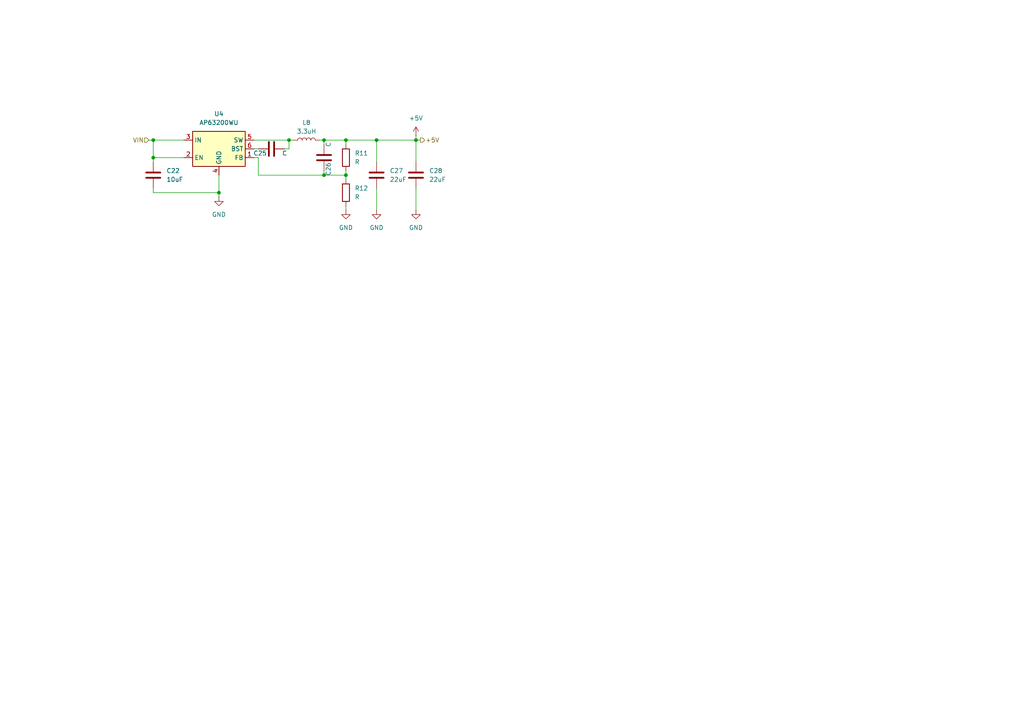
<source format=kicad_sch>
(kicad_sch (version 20250114) (generator "eeschema") (generator_version "9.0")
  (paper "A4")
  (lib_symbols
    (symbol "Device:C" (pin_numbers (hide yes)) (pin_names (offset 0.254))
      (property "Reference" "C" (at 0.635 2.54 0))
      (property "Value" "C" (at 0.635 -2.54 0))
      (symbol "C_0_1"
        (polyline (pts (xy -2.032 0.762) (xy 2.032 0.762)) (stroke (width 0.508)))
        (polyline (pts (xy -2.032 -0.762) (xy 2.032 -0.762)) (stroke (width 0.508)))
      )
      (symbol "C_1_1"
        (pin passive line (at 0 3.81 270) (length 2.794) (name "~") (number "1"))
        (pin passive line (at 0 -3.81 90) (length 2.794) (name "~") (number "2"))
      )
    )
    (symbol "Device:L" (pin_numbers (hide yes)) (pin_names (offset 1.016) (hide yes))
      (property "Reference" "L" (at -1.27 0 90))
      (property "Value" "L" (at 1.905 0 90))
      (symbol "L_0_1"
        (arc (start 0 2.54) (mid 0.6323 1.905) (end 0 1.27))
        (arc (start 0 1.27) (mid 0.6323 0.635) (end 0 0))
        (arc (start 0 0) (mid 0.6323 -0.635) (end 0 -1.27))
        (arc (start 0 -1.27) (mid 0.6323 -1.905) (end 0 -2.54))
      )
      (symbol "L_1_1"
        (pin passive line (at 0 3.81 270) (length 1.27) (name "1") (number "1"))
        (pin passive line (at 0 -3.81 90) (length 1.27) (name "2") (number "2"))
      )
    )
    (symbol "Device:R" (pin_numbers (hide yes)) (pin_names (offset 0))
      (property "Reference" "R" (at 2.032 0 90))
      (property "Value" "R" (at 0 0 90))
      (symbol "R_0_1"
        (rectangle (start -1.016 -2.54) (end 1.016 2.54) (stroke (width 0.254)))
      )
      (symbol "R_1_1"
        (pin passive line (at 0 3.81 270) (length 1.27) (name "~") (number "1"))
        (pin passive line (at 0 -3.81 90) (length 1.27) (name "~") (number "2"))
      )
    )
    (symbol "Regulator_Switching:AP63200WU"
      (property "Reference" "U" (at -7.62 6.35 0))
      (property "Value" "AP63200WU" (at 2.54 6.35 0))
      (symbol "AP63200WU_0_1"
        (rectangle (start -7.62 5.08) (end 7.62 -5.08) (stroke (width 0.254)) (fill (type background)))
      )
      (symbol "AP63200WU_1_1"
        (pin power_in line (at -10.16 2.54 0) (length 2.54) (name "IN") (number "3"))
        (pin input line (at -10.16 -2.54 0) (length 2.54) (name "EN") (number "2"))
        (pin power_in line (at 0 -7.62 90) (length 2.54) (name "GND") (number "4"))
        (pin output line (at 10.16 2.54 180) (length 2.54) (name "SW") (number "5"))
        (pin passive line (at 10.16 0 180) (length 2.54) (name "BST") (number "6"))
        (pin input line (at 10.16 -2.54 180) (length 2.54) (name "FB") (number "1"))
      )
    )
    (symbol "power:+5V" (power) (pin_numbers (hide yes)) (pin_names (offset 0) (hide yes))
      (property "Value" "+5V" (at 0 3.556 0))
      (symbol "+5V_0_1"
        (polyline (pts (xy -0.762 1.27) (xy 0 2.54)))
        (polyline (pts (xy 0 2.54) (xy 0.762 1.27)))
        (polyline (pts (xy 0 0) (xy 0 2.54)))
      )
      (symbol "+5V_1_1"
        (pin power_in line (at 0 0 90) (length 0) (name "~") (number "1"))
      )
    )
    (symbol "power:GND" (power) (pin_numbers (hide yes)) (pin_names (offset 0) (hide yes))
      (property "Value" "GND" (at 0 -3.81 0))
      (symbol "GND_0_1"
        (polyline (pts (xy 0 0) (xy 0 -1.27) (xy 1.27 -1.27) (xy 0 -2.54) (xy -1.27 -1.27) (xy 0 -1.27)))
      )
      (symbol "GND_1_1"
        (pin power_in line (at 0 0 270) (length 0) (name "~") (number "1"))
      )
    )
  )
  (junction (at 44.45 40.64))
  (junction (at 100.33 50.8))
  (junction (at 93.98 50.8))
  (junction (at 44.45 45.72))
  (junction (at 93.98 40.64))
  (junction (at 83.82 40.64))
  (junction (at 100.33 40.64))
  (junction (at 120.65 40.64))
  (junction (at 109.22 40.64))
  (junction (at 63.5 55.88))
  (wire (pts (xy 82.55 43.18) (xy 83.82 43.18)))
  (wire (pts (xy 74.93 45.72) (xy 74.93 50.8)))
  (wire (pts (xy 100.33 50.8) (xy 100.33 52.07)))
  (wire (pts (xy 63.5 55.88) (xy 63.5 57.15)))
  (wire (pts (xy 44.45 45.72) (xy 44.45 40.64)))
  (wire (pts (xy 93.98 49.53) (xy 93.98 50.8)))
  (wire (pts (xy 93.98 50.8) (xy 74.93 50.8)))
  (wire (pts (xy 43.18 40.64) (xy 44.45 40.64)))
  (wire (pts (xy 83.82 40.64) (xy 85.09 40.64)))
  (wire (pts (xy 100.33 40.64) (xy 100.33 41.91)))
  (wire (pts (xy 73.66 45.72) (xy 74.93 45.72)))
  (wire (pts (xy 44.45 40.64) (xy 53.34 40.64)))
  (wire (pts (xy 109.22 54.61) (xy 109.22 60.96)))
  (wire (pts (xy 100.33 49.53) (xy 100.33 50.8)))
  (wire (pts (xy 100.33 40.64) (xy 109.22 40.64)))
  (wire (pts (xy 109.22 40.64) (xy 109.22 46.99)))
  (wire (pts (xy 120.65 40.64) (xy 120.65 46.99)))
  (wire (pts (xy 83.82 40.64) (xy 83.82 43.18)))
  (wire (pts (xy 93.98 50.8) (xy 100.33 50.8)))
  (wire (pts (xy 93.98 40.64) (xy 93.98 41.91)))
  (wire (pts (xy 53.34 45.72) (xy 44.45 45.72)))
  (wire (pts (xy 44.45 55.88) (xy 63.5 55.88)))
  (wire (pts (xy 63.5 55.88) (xy 63.5 50.8)))
  (wire (pts (xy 120.65 54.61) (xy 120.65 60.96)))
  (wire (pts (xy 109.22 40.64) (xy 120.65 40.64)))
  (wire (pts (xy 93.98 40.64) (xy 100.33 40.64)))
  (wire (pts (xy 73.66 40.64) (xy 83.82 40.64)))
  (wire (pts (xy 120.65 40.64) (xy 121.92 40.64)))
  (wire (pts (xy 93.98 40.64) (xy 92.71 40.64)))
  (wire (pts (xy 73.66 43.18) (xy 74.93 43.18)))
  (wire (pts (xy 120.65 39.37) (xy 120.65 40.64)))
  (wire (pts (xy 44.45 54.61) (xy 44.45 55.88)))
  (wire (pts (xy 100.33 60.96) (xy 100.33 59.69)))
  (wire (pts (xy 44.45 45.72) (xy 44.45 46.99)))
  (hierarchical_label "VIN" (shape input) (at 43.18 40.64 180))
  (hierarchical_label "+5V" (shape output) (at 121.92 40.64 0))
  (symbol (lib_id "power:GND") (at 109.22 60.96 0) (unit 1)
    (property "Reference" "#PWR032" (effects (hide yes)))
    (property "Value" "GND" (at 109.22 66.04 0))
    (property "Description" "Power symbol creates a global label with name \"GND\" , ground" (effects (hide yes)))
  )
  (symbol (lib_id "power:GND") (at 120.65 60.96 0) (unit 1)
    (property "Reference" "#PWR034" (effects (hide yes)))
    (property "Value" "GND" (at 120.65 66.04 0))
    (property "Description" "Power symbol creates a global label with name \"GND\" , ground" (effects (hide yes)))
  )
  (symbol (lib_id "Device:C") (at 78.74 43.18 90) (unit 1)
    (property "Reference" "C25" (at 75.438 44.45 90))
    (property "Value" "C" (at 82.55 44.45 90))
    (property "Description" "Unpolarized capacitor" (effects (hide yes)))
  )
  (symbol (lib_id "power:+5V") (at 120.65 39.37 0) (unit 1)
    (property "Reference" "#PWR033" (effects (hide yes)))
    (property "Value" "+5V" (at 120.65 34.29 0))
    (property "Description" "Power symbol creates a global label with name \"+5V\"" (effects (hide yes)))
  )
  (symbol (lib_id "Device:C") (at 120.65 50.8 0) (unit 1)
    (property "Reference" "C28" (at 124.46 49.5299 0) (effects (justify left)))
    (property "Value" "22uF" (at 124.46 52.0699 0) (effects (justify left)))
    (property "Description" "Unpolarized capacitor" (effects (hide yes)))
  )
  (symbol (lib_id "Device:C") (at 44.45 50.8 0) (unit 1)
    (property "Reference" "C22" (at 48.26 49.5299 0) (effects (justify left)))
    (property "Value" "10uF" (at 48.26 52.0699 0) (effects (justify left)))
    (property "Description" "Unpolarized capacitor" (effects (hide yes)))
  )
  (symbol (lib_id "Device:C") (at 93.98 45.72 180) (unit 1)
    (property "Reference" "C26" (at 95.25 49.022 90))
    (property "Value" "C" (at 95.25 41.91 90))
    (property "Description" "Unpolarized capacitor" (effects (hide yes)))
  )
  (symbol (lib_id "Device:R") (at 100.33 55.88 0) (unit 1)
    (property "Reference" "R12" (at 102.87 54.6099 0) (effects (justify left)))
    (property "Value" "R" (at 102.87 57.1499 0) (effects (justify left)))
    (property "Description" "Resistor" (effects (hide yes)))
  )
  (symbol (lib_id "Device:C") (at 109.22 50.8 0) (unit 1)
    (property "Reference" "C27" (at 113.03 49.5299 0) (effects (justify left)))
    (property "Value" "22uF" (at 113.03 52.0699 0) (effects (justify left)))
    (property "Description" "Unpolarized capacitor" (effects (hide yes)))
  )
  (symbol (lib_id "power:GND") (at 100.33 60.96 0) (unit 1)
    (property "Reference" "#PWR031" (effects (hide yes)))
    (property "Value" "GND" (at 100.33 66.04 0))
    (property "Description" "Power symbol creates a global label with name \"GND\" , ground" (effects (hide yes)))
  )
  (symbol (lib_id "Regulator_Switching:AP63200WU") (at 63.5 43.18 0) (unit 1)
    (property "Reference" "U4" (at 63.5 33.02 0))
    (property "Value" "AP63200WU" (at 63.5 35.56 0))
    (property "Footprint" "Package_TO_SOT_SMD:TSOT-23-6" (effects (hide yes)))
    (property "Datasheet" "https://www.diodes.com/assets/Datasheets/AP63200-AP63201-AP63203-AP63205.pdf" (effects (hide yes)))
    (property "Description" "2A, 500kHz Buck DC/DC Converter, adjustable output voltage, TSOT-23-6" (effects (hide yes)))
  )
  (symbol (lib_id "power:GND") (at 63.5 57.15 0) (unit 1)
    (property "Reference" "#PWR030" (effects (hide yes)))
    (property "Value" "GND" (at 63.5 62.23 0))
    (property "Description" "Power symbol creates a global label with name \"GND\" , ground" (effects (hide yes)))
  )
  (symbol (lib_id "Device:L") (at 88.9 40.64 90) (unit 1)
    (property "Reference" "L8" (at 88.9 35.56 90))
    (property "Value" "3.3uH" (at 88.9 38.1 90))
    (property "Description" "Inductor" (effects (hide yes)))
  )
  (symbol (lib_id "Device:R") (at 100.33 45.72 0) (unit 1)
    (property "Reference" "R11" (at 102.87 44.4499 0) (effects (justify left)))
    (property "Value" "R" (at 102.87 46.9899 0) (effects (justify left)))
    (property "Description" "Resistor" (effects (hide yes)))
  )
)
</source>
